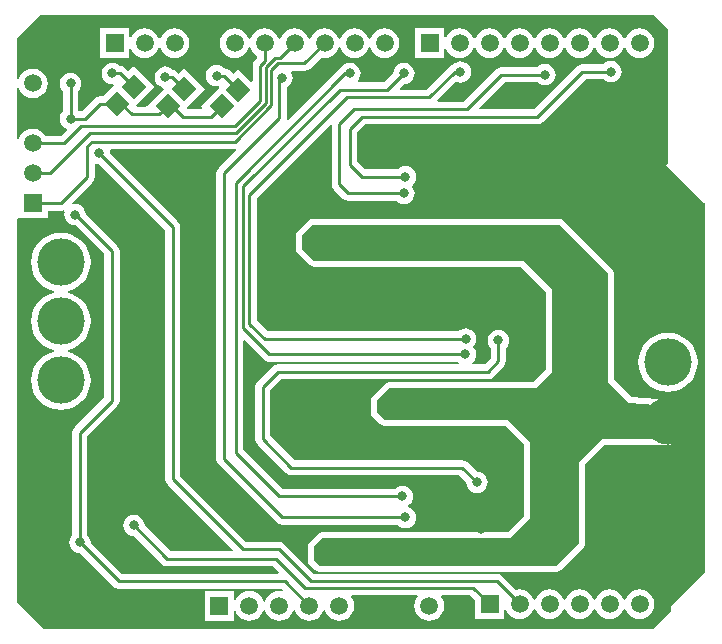
<source format=gbl>
G04*
G04 #@! TF.GenerationSoftware,Altium Limited,Altium Designer,18.0.7 (293)*
G04*
G04 Layer_Physical_Order=2*
G04 Layer_Color=16711680*
%FSLAX25Y25*%
%MOIN*%
G70*
G01*
G75*
%ADD10C,0.01000*%
%ADD37C,0.05906*%
%ADD38R,0.05906X0.05906*%
%ADD39C,0.15748*%
%ADD40R,0.05906X0.05906*%
%ADD41C,0.03150*%
%ADD42P,0.08485X4X90.0*%
G36*
X255516Y201874D02*
Y156874D01*
X255016Y156374D01*
X267516Y143874D01*
X268016D01*
Y20874D01*
X256516Y9374D01*
Y7874D01*
X250516Y1874D01*
X47426D01*
X38600Y10700D01*
Y138294D01*
X38879Y138679D01*
X39100Y138679D01*
X48721D01*
Y141083D01*
X53200D01*
X54087Y141260D01*
X54308Y141088D01*
X54470Y140878D01*
X54448Y140825D01*
X54326Y139900D01*
X54448Y138975D01*
X54805Y138113D01*
X55373Y137373D01*
X56113Y136805D01*
X56975Y136448D01*
X57900Y136326D01*
X58090Y136351D01*
X67683Y126758D01*
Y78943D01*
X57720Y68980D01*
X57175Y68163D01*
X56983Y67200D01*
Y33135D01*
X56973Y33127D01*
X56405Y32387D01*
X56048Y31525D01*
X55926Y30600D01*
X56048Y29675D01*
X56405Y28813D01*
X56973Y28073D01*
X57713Y27505D01*
X58575Y27148D01*
X59500Y27026D01*
X59513Y27028D01*
X70620Y15920D01*
X71437Y15375D01*
X72400Y15183D01*
X126742D01*
X127104Y14821D01*
X126871Y14347D01*
X125984Y14464D01*
X124699Y14295D01*
X123502Y13799D01*
X122474Y13010D01*
X121686Y11982D01*
X121241Y10908D01*
X121240Y10908D01*
X120728D01*
X120728Y10908D01*
X120283Y11982D01*
X119494Y13010D01*
X118466Y13799D01*
X117269Y14295D01*
X115984Y14464D01*
X114699Y14295D01*
X113502Y13799D01*
X112474Y13010D01*
X111686Y11982D01*
X111405Y11306D01*
X110905Y11405D01*
Y14421D01*
X101063D01*
Y4579D01*
X110905D01*
Y7595D01*
X111405Y7694D01*
X111686Y7018D01*
X112474Y5990D01*
X113502Y5201D01*
X114699Y4705D01*
X115984Y4536D01*
X117269Y4705D01*
X118466Y5201D01*
X119494Y5990D01*
X120283Y7018D01*
X120728Y8092D01*
X120728Y8092D01*
X121240D01*
X121241Y8092D01*
X121686Y7018D01*
X122474Y5990D01*
X123502Y5201D01*
X124699Y4705D01*
X125984Y4536D01*
X127269Y4705D01*
X128466Y5201D01*
X129494Y5990D01*
X130283Y7018D01*
X130728Y8092D01*
X130728Y8092D01*
X131240D01*
X131241Y8092D01*
X131685Y7018D01*
X132474Y5990D01*
X133502Y5201D01*
X134699Y4705D01*
X135984Y4536D01*
X137269Y4705D01*
X138466Y5201D01*
X139494Y5990D01*
X140283Y7018D01*
X140728Y8092D01*
X140728Y8092D01*
X141240D01*
X141241Y8092D01*
X141685Y7018D01*
X142474Y5990D01*
X143502Y5201D01*
X144700Y4705D01*
X145984Y4536D01*
X147269Y4705D01*
X148466Y5201D01*
X149494Y5990D01*
X150283Y7018D01*
X150779Y8215D01*
X150948Y9500D01*
X150779Y10785D01*
X150283Y11982D01*
X149859Y12535D01*
X150080Y12983D01*
X171889D01*
X172110Y12535D01*
X171686Y11982D01*
X171190Y10785D01*
X171020Y9500D01*
X171190Y8215D01*
X171686Y7018D01*
X172474Y5990D01*
X173502Y5201D01*
X174699Y4705D01*
X175984Y4536D01*
X177269Y4705D01*
X178466Y5201D01*
X179494Y5990D01*
X180283Y7018D01*
X180779Y8215D01*
X180948Y9500D01*
X180779Y10785D01*
X180283Y11982D01*
X179859Y12535D01*
X180080Y12983D01*
X189521D01*
X191142Y11362D01*
Y5079D01*
X200984D01*
Y8095D01*
X201484Y8194D01*
X201764Y7518D01*
X202553Y6490D01*
X203581Y5701D01*
X204778Y5205D01*
X206063Y5036D01*
X207348Y5205D01*
X208545Y5701D01*
X209573Y6490D01*
X210362Y7518D01*
X210806Y8592D01*
X210807Y8592D01*
X211319D01*
X211320Y8592D01*
X211764Y7518D01*
X212553Y6490D01*
X213581Y5701D01*
X214778Y5205D01*
X216063Y5036D01*
X217348Y5205D01*
X218545Y5701D01*
X219573Y6490D01*
X220362Y7518D01*
X220806Y8592D01*
X220807Y8592D01*
X221319D01*
X221320Y8592D01*
X221764Y7518D01*
X222553Y6490D01*
X223581Y5701D01*
X224778Y5205D01*
X226063Y5036D01*
X227348Y5205D01*
X228545Y5701D01*
X229573Y6490D01*
X230362Y7518D01*
X230806Y8592D01*
X230807Y8592D01*
X231319D01*
X231320Y8592D01*
X231764Y7518D01*
X232553Y6490D01*
X233581Y5701D01*
X234778Y5205D01*
X236063Y5036D01*
X237348Y5205D01*
X238545Y5701D01*
X239573Y6490D01*
X240362Y7518D01*
X240806Y8592D01*
X240807Y8592D01*
X241319D01*
X241320Y8592D01*
X241764Y7518D01*
X242553Y6490D01*
X243581Y5701D01*
X244778Y5205D01*
X246063Y5036D01*
X247348Y5205D01*
X248545Y5701D01*
X249573Y6490D01*
X250362Y7518D01*
X250858Y8715D01*
X251027Y10000D01*
X250858Y11285D01*
X250362Y12482D01*
X249573Y13510D01*
X248545Y14299D01*
X247348Y14795D01*
X246063Y14964D01*
X244778Y14795D01*
X243581Y14299D01*
X242553Y13510D01*
X241764Y12482D01*
X241320Y11408D01*
X241319Y11408D01*
X240807D01*
X240806Y11408D01*
X240362Y12482D01*
X239573Y13510D01*
X238545Y14299D01*
X237348Y14795D01*
X236063Y14964D01*
X234778Y14795D01*
X233581Y14299D01*
X232553Y13510D01*
X231764Y12482D01*
X231320Y11408D01*
X231319Y11408D01*
X230807D01*
X230806Y11408D01*
X230362Y12482D01*
X229573Y13510D01*
X228545Y14299D01*
X227348Y14795D01*
X226063Y14964D01*
X224778Y14795D01*
X223581Y14299D01*
X222553Y13510D01*
X221764Y12482D01*
X221320Y11408D01*
X221319Y11408D01*
X220807D01*
X220806Y11408D01*
X220362Y12482D01*
X219573Y13510D01*
X218545Y14299D01*
X217348Y14795D01*
X216063Y14964D01*
X214778Y14795D01*
X213581Y14299D01*
X212553Y13510D01*
X211764Y12482D01*
X211320Y11408D01*
X211319Y11408D01*
X210807D01*
X210806Y11408D01*
X210362Y12482D01*
X209573Y13510D01*
X208545Y14299D01*
X207348Y14795D01*
X206063Y14964D01*
X204822Y14800D01*
X200143Y19480D01*
X199326Y20025D01*
X198363Y20217D01*
X137643D01*
X127680Y30180D01*
X126863Y30725D01*
X125900Y30917D01*
X114842D01*
X93017Y52742D01*
Y135800D01*
X92825Y136763D01*
X92280Y137580D01*
X69572Y160287D01*
X69574Y160300D01*
X69458Y161183D01*
X69478Y161333D01*
X69712Y161683D01*
X111100D01*
X111370Y161737D01*
X111617Y161276D01*
X105720Y155380D01*
X105175Y154563D01*
X104983Y153600D01*
Y58500D01*
X105175Y57537D01*
X105720Y56720D01*
X125220Y37220D01*
X126037Y36675D01*
X127000Y36483D01*
X165465D01*
X165473Y36473D01*
X166213Y35905D01*
X167075Y35548D01*
X168000Y35426D01*
X168925Y35548D01*
X169787Y35905D01*
X170527Y36473D01*
X171095Y37213D01*
X171452Y38075D01*
X171574Y39000D01*
X171452Y39925D01*
X171095Y40787D01*
X170527Y41527D01*
X169787Y42095D01*
X168963Y42437D01*
X168884Y42646D01*
X168864Y42964D01*
X169527Y43473D01*
X170095Y44213D01*
X170452Y45075D01*
X170574Y46000D01*
X170452Y46925D01*
X170095Y47787D01*
X169527Y48527D01*
X168787Y49095D01*
X167925Y49452D01*
X167000Y49574D01*
X166075Y49452D01*
X165213Y49095D01*
X164473Y48527D01*
X164465Y48517D01*
X127042D01*
X114017Y61542D01*
Y97771D01*
X114479Y97962D01*
X120870Y91571D01*
X121686Y91025D01*
X122650Y90833D01*
X185465D01*
X185473Y90823D01*
X185872Y90517D01*
X185703Y90017D01*
X125500D01*
X124537Y89825D01*
X123720Y89280D01*
X118720Y84280D01*
X118175Y83463D01*
X117983Y82500D01*
Y65000D01*
X118175Y64037D01*
X118720Y63220D01*
X128220Y53720D01*
X129037Y53175D01*
X130000Y52983D01*
X185958D01*
X188328Y50613D01*
X188326Y50600D01*
X188448Y49675D01*
X188805Y48813D01*
X189373Y48073D01*
X190113Y47505D01*
X190975Y47148D01*
X191900Y47026D01*
X192825Y47148D01*
X193687Y47505D01*
X194427Y48073D01*
X194995Y48813D01*
X195352Y49675D01*
X195474Y50600D01*
X195352Y51525D01*
X194995Y52387D01*
X194427Y53127D01*
X193687Y53695D01*
X192825Y54052D01*
X191900Y54174D01*
X191887Y54172D01*
X188780Y57280D01*
X187963Y57825D01*
X187000Y58017D01*
X131043D01*
X123017Y66043D01*
Y81458D01*
X126542Y84983D01*
X195500D01*
X196463Y85175D01*
X197280Y85720D01*
X200780Y89220D01*
X201325Y90037D01*
X201517Y91000D01*
Y95465D01*
X201527Y95473D01*
X202095Y96213D01*
X202452Y97075D01*
X202574Y98000D01*
X202452Y98925D01*
X202095Y99787D01*
X201527Y100527D01*
X200787Y101095D01*
X199925Y101452D01*
X199000Y101574D01*
X198075Y101452D01*
X197213Y101095D01*
X196473Y100527D01*
X195905Y99787D01*
X195548Y98925D01*
X195426Y98000D01*
X195548Y97075D01*
X195905Y96213D01*
X196473Y95473D01*
X196483Y95465D01*
Y92042D01*
X194457Y90017D01*
X190297D01*
X190128Y90517D01*
X190527Y90823D01*
X191095Y91563D01*
X191452Y92425D01*
X191574Y93350D01*
X191452Y94275D01*
X191095Y95137D01*
X190589Y95797D01*
X190602Y95898D01*
X191170Y96638D01*
X191527Y97500D01*
X191649Y98425D01*
X191527Y99350D01*
X191170Y100212D01*
X190602Y100952D01*
X189862Y101520D01*
X189000Y101877D01*
X188075Y101999D01*
X187150Y101877D01*
X186288Y101520D01*
X185548Y100952D01*
X185540Y100942D01*
X122117D01*
X118517Y104543D01*
Y145457D01*
X142983Y169924D01*
X143483Y169717D01*
Y150000D01*
X143675Y149037D01*
X144220Y148220D01*
X147220Y145220D01*
X148037Y144675D01*
X149000Y144483D01*
X164965D01*
X164973Y144473D01*
X165713Y143905D01*
X166575Y143548D01*
X167500Y143426D01*
X168425Y143548D01*
X169287Y143905D01*
X170027Y144473D01*
X170595Y145213D01*
X170952Y146075D01*
X171074Y147000D01*
X170952Y147925D01*
X170595Y148787D01*
X170301Y149170D01*
X170378Y149858D01*
X170527Y149973D01*
X171095Y150713D01*
X171452Y151575D01*
X171574Y152500D01*
X171452Y153425D01*
X171095Y154287D01*
X170527Y155027D01*
X169787Y155595D01*
X168925Y155952D01*
X168000Y156074D01*
X167075Y155952D01*
X166213Y155595D01*
X165473Y155027D01*
X165465Y155017D01*
X154543D01*
X152017Y157543D01*
Y167457D01*
X154526Y169966D01*
X211983D01*
X212946Y170158D01*
X213763Y170703D01*
X228043Y184983D01*
X233965D01*
X233973Y184973D01*
X234713Y184405D01*
X235575Y184048D01*
X236500Y183926D01*
X237425Y184048D01*
X238287Y184405D01*
X239027Y184973D01*
X239595Y185713D01*
X239952Y186575D01*
X240074Y187500D01*
X239952Y188425D01*
X239595Y189287D01*
X239027Y190027D01*
X238287Y190595D01*
X237425Y190952D01*
X236500Y191074D01*
X235575Y190952D01*
X234713Y190595D01*
X233973Y190027D01*
X233965Y190017D01*
X227000D01*
X226037Y189825D01*
X225220Y189280D01*
X210941Y175000D01*
X192713D01*
X192521Y175462D01*
X201043Y183983D01*
X211965D01*
X211973Y183973D01*
X212713Y183405D01*
X213575Y183048D01*
X214500Y182926D01*
X215425Y183048D01*
X216287Y183405D01*
X217027Y183973D01*
X217595Y184713D01*
X217952Y185575D01*
X218074Y186500D01*
X217952Y187425D01*
X217595Y188287D01*
X217027Y189027D01*
X216287Y189595D01*
X215425Y189952D01*
X214500Y190074D01*
X213575Y189952D01*
X212713Y189595D01*
X211973Y189027D01*
X211965Y189017D01*
X200000D01*
X199037Y188825D01*
X198220Y188280D01*
X187458Y177517D01*
X178729D01*
X178538Y177979D01*
X184761Y184202D01*
X185375Y183948D01*
X186300Y183826D01*
X187225Y183948D01*
X188087Y184305D01*
X188827Y184873D01*
X189395Y185613D01*
X189752Y186475D01*
X189874Y187400D01*
X189752Y188325D01*
X189395Y189187D01*
X188827Y189927D01*
X188087Y190495D01*
X187225Y190852D01*
X186300Y190974D01*
X185375Y190852D01*
X184513Y190495D01*
X183773Y189927D01*
X183651Y189768D01*
X183437Y189725D01*
X182620Y189180D01*
X174958Y181517D01*
X166229D01*
X166038Y181979D01*
X167487Y183428D01*
X167500Y183426D01*
X168425Y183548D01*
X169287Y183905D01*
X170027Y184473D01*
X170595Y185213D01*
X170952Y186075D01*
X171074Y187000D01*
X170952Y187925D01*
X170595Y188787D01*
X170027Y189527D01*
X169287Y190095D01*
X168425Y190452D01*
X167500Y190574D01*
X166575Y190452D01*
X165713Y190095D01*
X164973Y189527D01*
X164405Y188787D01*
X164048Y187925D01*
X163926Y187000D01*
X163928Y186987D01*
X160958Y184017D01*
X152182D01*
X152131Y184167D01*
X152061Y184517D01*
X152595Y185213D01*
X152952Y186075D01*
X153074Y187000D01*
X152952Y187925D01*
X152595Y188787D01*
X152027Y189527D01*
X151287Y190095D01*
X150425Y190452D01*
X149500Y190574D01*
X148575Y190452D01*
X147713Y190095D01*
X146973Y189527D01*
X146588Y189025D01*
X146220Y188780D01*
X128899Y171458D01*
X128438Y171705D01*
X128517Y172100D01*
Y182334D01*
X128687Y182405D01*
X129427Y182973D01*
X129995Y183713D01*
X130352Y184575D01*
X130474Y185500D01*
X130352Y186425D01*
X129995Y187287D01*
X129958Y187335D01*
X130180Y187783D01*
X134316D01*
X135279Y187975D01*
X136095Y188520D01*
X139822Y192247D01*
X141063Y192084D01*
X142348Y192253D01*
X143545Y192748D01*
X144573Y193537D01*
X145362Y194565D01*
X145806Y195639D01*
X145807Y195639D01*
X146319D01*
X146320Y195639D01*
X146764Y194565D01*
X147553Y193537D01*
X148581Y192748D01*
X149778Y192253D01*
X151063Y192084D01*
X152348Y192253D01*
X153545Y192748D01*
X154573Y193537D01*
X155362Y194565D01*
X155806Y195639D01*
X155807Y195639D01*
X156319D01*
X156320Y195639D01*
X156764Y194565D01*
X157553Y193537D01*
X158581Y192748D01*
X159778Y192253D01*
X161063Y192084D01*
X162348Y192253D01*
X163545Y192748D01*
X164573Y193537D01*
X165362Y194565D01*
X165858Y195763D01*
X166027Y197047D01*
X165858Y198332D01*
X165362Y199529D01*
X164573Y200557D01*
X163545Y201346D01*
X162348Y201842D01*
X161063Y202011D01*
X159778Y201842D01*
X158581Y201346D01*
X157553Y200557D01*
X156764Y199529D01*
X156320Y198456D01*
X156319Y198455D01*
X155807D01*
X155806Y198456D01*
X155362Y199529D01*
X154573Y200557D01*
X153545Y201346D01*
X152348Y201842D01*
X151063Y202011D01*
X149778Y201842D01*
X148581Y201346D01*
X147553Y200557D01*
X146764Y199529D01*
X146320Y198456D01*
X146319Y198455D01*
X145807D01*
X145806Y198456D01*
X145362Y199529D01*
X144573Y200557D01*
X143545Y201346D01*
X142348Y201842D01*
X141063Y202011D01*
X139778Y201842D01*
X138581Y201346D01*
X137553Y200557D01*
X136764Y199529D01*
X136320Y198456D01*
X136319Y198455D01*
X135807D01*
X135806Y198456D01*
X135362Y199529D01*
X134573Y200557D01*
X133545Y201346D01*
X132348Y201842D01*
X131063Y202011D01*
X129778Y201842D01*
X128581Y201346D01*
X127553Y200557D01*
X126764Y199529D01*
X126320Y198456D01*
X126319Y198455D01*
X125807D01*
X125806Y198456D01*
X125362Y199529D01*
X124573Y200557D01*
X123545Y201346D01*
X122348Y201842D01*
X121063Y202011D01*
X119778Y201842D01*
X118581Y201346D01*
X117553Y200557D01*
X116764Y199529D01*
X116320Y198456D01*
X116319Y198455D01*
X115807D01*
X115806Y198456D01*
X115362Y199529D01*
X114573Y200557D01*
X113545Y201346D01*
X112348Y201842D01*
X111063Y202011D01*
X109778Y201842D01*
X108581Y201346D01*
X107553Y200557D01*
X106764Y199529D01*
X106268Y198332D01*
X106099Y197047D01*
X106268Y195763D01*
X106764Y194565D01*
X107553Y193537D01*
X108581Y192748D01*
X109778Y192253D01*
X111063Y192084D01*
X112348Y192253D01*
X113545Y192748D01*
X114573Y193537D01*
X115362Y194565D01*
X115806Y195639D01*
X115807Y195639D01*
X116319D01*
X116320Y195639D01*
X116764Y194565D01*
X117553Y193537D01*
X118546Y192775D01*
Y192061D01*
X117820Y191335D01*
X117275Y190519D01*
X117083Y189556D01*
Y184397D01*
X116621Y184205D01*
X112300Y188526D01*
X110566Y186793D01*
X109380Y187980D01*
X108563Y188525D01*
X107641Y188709D01*
X107627Y188727D01*
X106887Y189295D01*
X106025Y189652D01*
X105100Y189774D01*
X104175Y189652D01*
X103313Y189295D01*
X102573Y188727D01*
X102005Y187987D01*
X101648Y187125D01*
X101526Y186200D01*
X101648Y185275D01*
X102005Y184413D01*
X102573Y183673D01*
X103313Y183105D01*
X104175Y182748D01*
X105100Y182626D01*
X105782Y182716D01*
X106016Y182242D01*
X105273Y181500D01*
X99706Y175932D01*
X100180Y175458D01*
X99989Y174996D01*
X95429D01*
X95222Y175496D01*
X101327Y181600D01*
X94300Y188627D01*
X92566Y186893D01*
X91980Y187480D01*
X91163Y188025D01*
X90595Y188138D01*
X90527Y188227D01*
X89787Y188795D01*
X88925Y189152D01*
X88000Y189274D01*
X87075Y189152D01*
X86213Y188795D01*
X85473Y188227D01*
X84905Y187487D01*
X84548Y186625D01*
X84426Y185700D01*
X84548Y184775D01*
X84905Y183913D01*
X85473Y183173D01*
X86213Y182605D01*
X87075Y182248D01*
X87262Y182223D01*
X87423Y181750D01*
X81706Y176032D01*
X81706Y176032D01*
X81706Y176032D01*
X81282Y175817D01*
X78451D01*
X78243Y176317D01*
X84394Y182468D01*
X77368Y189494D01*
X75634Y187761D01*
X74615Y188780D01*
X73799Y189325D01*
X72835Y189517D01*
X72835D01*
X72827Y189527D01*
X72087Y190095D01*
X71225Y190452D01*
X70300Y190574D01*
X69375Y190452D01*
X68513Y190095D01*
X67773Y189527D01*
X67205Y188787D01*
X66848Y187925D01*
X66726Y187000D01*
X66848Y186075D01*
X67205Y185213D01*
X67773Y184473D01*
X68513Y183905D01*
X69375Y183548D01*
X70300Y183426D01*
X70637Y183470D01*
X70870Y182997D01*
X67290Y179417D01*
X66300D01*
X65337Y179225D01*
X64520Y178680D01*
X60258Y174417D01*
X58935D01*
X58927Y174427D01*
X58917Y174435D01*
Y181065D01*
X58927Y181073D01*
X59495Y181813D01*
X59852Y182675D01*
X59974Y183600D01*
X59852Y184525D01*
X59495Y185387D01*
X58927Y186127D01*
X58187Y186695D01*
X57325Y187052D01*
X56400Y187174D01*
X55475Y187052D01*
X54613Y186695D01*
X53873Y186127D01*
X53305Y185387D01*
X52948Y184525D01*
X52826Y183600D01*
X52948Y182675D01*
X53305Y181813D01*
X53873Y181073D01*
X53883Y181065D01*
Y174435D01*
X53873Y174427D01*
X53305Y173687D01*
X52948Y172825D01*
X52826Y171900D01*
X52948Y170975D01*
X53305Y170113D01*
X53873Y169373D01*
X54613Y168805D01*
X54998Y168645D01*
X55096Y168155D01*
X53057Y166117D01*
X48072D01*
X47310Y167110D01*
X46282Y167899D01*
X45085Y168395D01*
X43800Y168564D01*
X42515Y168395D01*
X41318Y167899D01*
X40290Y167110D01*
X39501Y166082D01*
X39100Y165113D01*
X38600Y165213D01*
Y181988D01*
X39100Y182087D01*
X39501Y181118D01*
X40290Y180090D01*
X41318Y179301D01*
X42515Y178805D01*
X43800Y178636D01*
X45085Y178805D01*
X46282Y179301D01*
X47310Y180090D01*
X48099Y181118D01*
X48595Y182315D01*
X48764Y183600D01*
X48595Y184885D01*
X48099Y186082D01*
X47310Y187110D01*
X46282Y187899D01*
X45085Y188395D01*
X43800Y188564D01*
X42515Y188395D01*
X41318Y187899D01*
X40290Y187110D01*
X39501Y186082D01*
X39100Y185113D01*
X38600Y185213D01*
Y198800D01*
X46174Y206374D01*
X251016D01*
X255516Y201874D01*
D02*
G37*
G36*
X65075Y156848D02*
X66000Y156726D01*
X66013Y156728D01*
X87983Y134757D01*
Y51700D01*
X88175Y50737D01*
X88720Y49920D01*
X110462Y28179D01*
X110271Y27717D01*
X89643D01*
X81072Y36287D01*
X81074Y36300D01*
X80952Y37225D01*
X80595Y38087D01*
X80027Y38827D01*
X79287Y39395D01*
X78425Y39752D01*
X77500Y39874D01*
X76575Y39752D01*
X75713Y39395D01*
X74973Y38827D01*
X74405Y38087D01*
X74048Y37225D01*
X73926Y36300D01*
X74048Y35375D01*
X74405Y34513D01*
X74973Y33773D01*
X75713Y33205D01*
X76575Y32848D01*
X77500Y32726D01*
X77513Y32728D01*
X86820Y23420D01*
X87637Y22875D01*
X88600Y22683D01*
X123758D01*
X125762Y20679D01*
X125570Y20217D01*
X73443D01*
X63072Y30587D01*
X63074Y30600D01*
X62952Y31525D01*
X62595Y32387D01*
X62027Y33127D01*
X62017Y33135D01*
Y66158D01*
X71980Y76120D01*
X72525Y76937D01*
X72717Y77900D01*
X72717Y77900D01*
Y127800D01*
X72525Y128763D01*
X71980Y129580D01*
X61446Y140114D01*
X61352Y140825D01*
X60995Y141687D01*
X60427Y142427D01*
X59687Y142995D01*
X58825Y143352D01*
X57900Y143474D01*
X57256Y143389D01*
X57022Y143863D01*
X63680Y150520D01*
X64225Y151337D01*
X64417Y152300D01*
Y156670D01*
X64833Y156948D01*
X65075Y156848D01*
D02*
G37*
%LPC*%
G36*
X246063Y202011D02*
X244778Y201842D01*
X243581Y201346D01*
X242553Y200557D01*
X241764Y199529D01*
X241320Y198456D01*
X241319Y198455D01*
X240807D01*
X240806Y198456D01*
X240362Y199529D01*
X239573Y200557D01*
X238545Y201346D01*
X237348Y201842D01*
X236063Y202011D01*
X234778Y201842D01*
X233581Y201346D01*
X232553Y200557D01*
X231764Y199529D01*
X231320Y198456D01*
X231319Y198455D01*
X230807D01*
X230806Y198456D01*
X230362Y199529D01*
X229573Y200557D01*
X228545Y201346D01*
X227348Y201842D01*
X226063Y202011D01*
X224778Y201842D01*
X223581Y201346D01*
X222553Y200557D01*
X221764Y199529D01*
X221320Y198456D01*
X221319Y198455D01*
X220807D01*
X220806Y198456D01*
X220362Y199529D01*
X219573Y200557D01*
X218545Y201346D01*
X217348Y201842D01*
X216063Y202011D01*
X214778Y201842D01*
X213581Y201346D01*
X212553Y200557D01*
X211764Y199529D01*
X211320Y198456D01*
X211319Y198455D01*
X210807D01*
X210806Y198456D01*
X210362Y199529D01*
X209573Y200557D01*
X208545Y201346D01*
X207348Y201842D01*
X206063Y202011D01*
X204778Y201842D01*
X203581Y201346D01*
X202553Y200557D01*
X201764Y199529D01*
X201320Y198456D01*
X201319Y198455D01*
X200807D01*
X200806Y198456D01*
X200362Y199529D01*
X199573Y200557D01*
X198545Y201346D01*
X197348Y201842D01*
X196063Y202011D01*
X194778Y201842D01*
X193581Y201346D01*
X192553Y200557D01*
X191764Y199529D01*
X191320Y198456D01*
X191319Y198455D01*
X190807D01*
X190806Y198456D01*
X190362Y199529D01*
X189573Y200557D01*
X188545Y201346D01*
X187348Y201842D01*
X186063Y202011D01*
X184778Y201842D01*
X183581Y201346D01*
X182553Y200557D01*
X181764Y199529D01*
X181484Y198853D01*
X180984Y198952D01*
Y201969D01*
X171142D01*
Y192126D01*
X180984D01*
Y195142D01*
X181484Y195241D01*
X181764Y194565D01*
X182553Y193537D01*
X183581Y192748D01*
X184778Y192253D01*
X186063Y192084D01*
X187348Y192253D01*
X188545Y192748D01*
X189573Y193537D01*
X190362Y194565D01*
X190806Y195639D01*
X190807Y195639D01*
X191319D01*
X191320Y195639D01*
X191764Y194565D01*
X192553Y193537D01*
X193581Y192748D01*
X194778Y192253D01*
X196063Y192084D01*
X197348Y192253D01*
X198545Y192748D01*
X199573Y193537D01*
X200362Y194565D01*
X200806Y195639D01*
X200807Y195639D01*
X201319D01*
X201320Y195639D01*
X201764Y194565D01*
X202553Y193537D01*
X203581Y192748D01*
X204778Y192253D01*
X206063Y192084D01*
X207348Y192253D01*
X208545Y192748D01*
X209573Y193537D01*
X210362Y194565D01*
X210806Y195639D01*
X210807Y195639D01*
X211319D01*
X211320Y195639D01*
X211764Y194565D01*
X212553Y193537D01*
X213581Y192748D01*
X214778Y192253D01*
X216063Y192084D01*
X217348Y192253D01*
X218545Y192748D01*
X219573Y193537D01*
X220362Y194565D01*
X220806Y195639D01*
X220807Y195639D01*
X221319D01*
X221320Y195639D01*
X221764Y194565D01*
X222553Y193537D01*
X223581Y192748D01*
X224778Y192253D01*
X226063Y192084D01*
X227348Y192253D01*
X228545Y192748D01*
X229573Y193537D01*
X230362Y194565D01*
X230806Y195639D01*
X230807Y195639D01*
X231319D01*
X231320Y195639D01*
X231764Y194565D01*
X232553Y193537D01*
X233581Y192748D01*
X234778Y192253D01*
X236063Y192084D01*
X237348Y192253D01*
X238545Y192748D01*
X239573Y193537D01*
X240362Y194565D01*
X240806Y195639D01*
X240807Y195639D01*
X241319D01*
X241320Y195639D01*
X241764Y194565D01*
X242553Y193537D01*
X243581Y192748D01*
X244778Y192253D01*
X246063Y192084D01*
X247348Y192253D01*
X248545Y192748D01*
X249573Y193537D01*
X250362Y194565D01*
X250858Y195763D01*
X251027Y197047D01*
X250858Y198332D01*
X250362Y199529D01*
X249573Y200557D01*
X248545Y201346D01*
X247348Y201842D01*
X246063Y202011D01*
D02*
G37*
G36*
X91063D02*
X89778Y201842D01*
X88581Y201346D01*
X87553Y200557D01*
X86764Y199529D01*
X86320Y198456D01*
X86319Y198455D01*
X85807D01*
X85806Y198456D01*
X85362Y199529D01*
X84573Y200557D01*
X83545Y201346D01*
X82348Y201842D01*
X81063Y202011D01*
X79778Y201842D01*
X78581Y201346D01*
X77553Y200557D01*
X76764Y199529D01*
X76484Y198853D01*
X75984Y198952D01*
Y201969D01*
X66142D01*
Y192126D01*
X75984D01*
Y195142D01*
X76484Y195241D01*
X76764Y194565D01*
X77553Y193537D01*
X78581Y192748D01*
X79778Y192253D01*
X81063Y192084D01*
X82348Y192253D01*
X83545Y192748D01*
X84573Y193537D01*
X85362Y194565D01*
X85806Y195639D01*
X85807Y195639D01*
X86319D01*
X86320Y195639D01*
X86764Y194565D01*
X87553Y193537D01*
X88581Y192748D01*
X89778Y192253D01*
X91063Y192084D01*
X92348Y192253D01*
X93545Y192748D01*
X94573Y193537D01*
X95362Y194565D01*
X95858Y195763D01*
X96027Y197047D01*
X95858Y198332D01*
X95362Y199529D01*
X94573Y200557D01*
X93545Y201346D01*
X92348Y201842D01*
X91063Y202011D01*
D02*
G37*
G36*
X255500Y100575D02*
X253571Y100385D01*
X251715Y99822D01*
X250005Y98908D01*
X248507Y97678D01*
X247277Y96180D01*
X246363Y94470D01*
X245800Y92615D01*
X245610Y90685D01*
X245800Y88756D01*
X246363Y86900D01*
X247277Y85190D01*
X248507Y83692D01*
X250005Y82462D01*
X251715Y81548D01*
X253571Y80985D01*
X255500Y80795D01*
X257430Y80985D01*
X259285Y81548D01*
X260995Y82462D01*
X262493Y83692D01*
X263723Y85190D01*
X264637Y86900D01*
X265200Y88756D01*
X265390Y90685D01*
X265200Y92615D01*
X264637Y94470D01*
X263723Y96180D01*
X262493Y97678D01*
X260995Y98908D01*
X259285Y99822D01*
X257430Y100385D01*
X255500Y100575D01*
D02*
G37*
G36*
X53150Y133906D02*
X51220Y133716D01*
X49365Y133153D01*
X47655Y132239D01*
X46156Y131009D01*
X44926Y129510D01*
X44012Y127801D01*
X43450Y125945D01*
X43260Y124016D01*
X43450Y122086D01*
X44012Y120231D01*
X44926Y118521D01*
X46156Y117022D01*
X47655Y115792D01*
X49365Y114878D01*
X50828Y114435D01*
Y113912D01*
X49365Y113468D01*
X47655Y112554D01*
X46156Y111324D01*
X44926Y109825D01*
X44012Y108115D01*
X43450Y106260D01*
X43260Y104331D01*
X43450Y102401D01*
X44012Y100546D01*
X44926Y98836D01*
X46156Y97337D01*
X47655Y96107D01*
X49365Y95193D01*
X50828Y94749D01*
Y94227D01*
X49365Y93783D01*
X47655Y92869D01*
X46156Y91639D01*
X44926Y90140D01*
X44012Y88431D01*
X43450Y86575D01*
X43260Y84646D01*
X43450Y82716D01*
X44012Y80861D01*
X44926Y79151D01*
X46156Y77652D01*
X47655Y76422D01*
X49365Y75508D01*
X51220Y74946D01*
X53150Y74756D01*
X55079Y74946D01*
X56934Y75508D01*
X58644Y76422D01*
X60143Y77652D01*
X61373Y79151D01*
X62287Y80861D01*
X62850Y82716D01*
X63040Y84646D01*
X62850Y86575D01*
X62287Y88431D01*
X61373Y90140D01*
X60143Y91639D01*
X58644Y92869D01*
X56934Y93783D01*
X55471Y94227D01*
Y94749D01*
X56934Y95193D01*
X58644Y96107D01*
X60143Y97337D01*
X61373Y98836D01*
X62287Y100546D01*
X62850Y102401D01*
X63040Y104331D01*
X62850Y106260D01*
X62287Y108115D01*
X61373Y109825D01*
X60143Y111324D01*
X58644Y112554D01*
X56934Y113468D01*
X55471Y113912D01*
Y114435D01*
X56934Y114878D01*
X58644Y115792D01*
X60143Y117022D01*
X61373Y118521D01*
X62287Y120231D01*
X62850Y122086D01*
X63040Y124016D01*
X62850Y125945D01*
X62287Y127801D01*
X61373Y129510D01*
X60143Y131009D01*
X58644Y132239D01*
X56934Y133153D01*
X55079Y133716D01*
X53150Y133906D01*
D02*
G37*
G36*
X137000Y138507D02*
X136232Y138354D01*
X135581Y137919D01*
X132081Y134419D01*
X131646Y133768D01*
X131493Y133000D01*
X131493Y128500D01*
X131646Y127732D01*
X132081Y127081D01*
X136081Y123081D01*
X136732Y122646D01*
X137500Y122493D01*
X206668Y122493D01*
X214993Y114169D01*
X214993Y88331D01*
X210669Y84007D01*
X162500D01*
X161732Y83854D01*
X161081Y83419D01*
X157081Y79419D01*
X156646Y78768D01*
X156493Y78000D01*
Y74000D01*
X156646Y73232D01*
X157081Y72581D01*
X159581Y70081D01*
X160232Y69646D01*
X161000Y69493D01*
X201266Y69493D01*
X207493Y63266D01*
X207493Y39331D01*
X202169Y34007D01*
X140300Y34007D01*
X139532Y33854D01*
X138881Y33419D01*
X136081Y30619D01*
X135646Y29968D01*
X135493Y29200D01*
X135493Y24600D01*
X135646Y23832D01*
X136081Y23181D01*
X137881Y21381D01*
X138532Y20946D01*
X139300Y20793D01*
X218300D01*
X219068Y20946D01*
X219719Y21381D01*
X227419Y29081D01*
X227854Y29732D01*
X228007Y30500D01*
X228007Y56669D01*
X234331Y62993D01*
X255500D01*
X255500Y62993D01*
X255500Y62993D01*
X255873Y63067D01*
X256268Y63146D01*
X256268Y63146D01*
X256268Y63146D01*
X256596Y63364D01*
X256919Y63581D01*
X256919Y63581D01*
X256920Y63581D01*
X257419Y64081D01*
X257652Y64430D01*
X257854Y64732D01*
X257854Y64732D01*
X257854Y64732D01*
X257935Y65136D01*
X258007Y65500D01*
X258007Y76000D01*
X257945Y76313D01*
X257906Y76629D01*
X257869Y76694D01*
X257854Y76768D01*
X257677Y77033D01*
X257520Y77311D01*
X257461Y77357D01*
X257419Y77419D01*
X257154Y77596D01*
X256903Y77793D01*
X256831Y77812D01*
X256768Y77854D01*
X256455Y77917D01*
X256148Y78002D01*
X243392Y78947D01*
X237507Y84831D01*
Y120500D01*
X237354Y121268D01*
X236919Y121919D01*
X220919Y137919D01*
X220268Y138354D01*
X219500Y138507D01*
X137000Y138507D01*
D02*
G37*
%LPD*%
G36*
X219500Y136500D02*
X235500Y120500D01*
Y84000D01*
X242500Y77000D01*
X256000Y76000D01*
X256000Y65500D01*
X255500Y65000D01*
X233500D01*
X226000Y57500D01*
X226000Y30500D01*
X218300Y22800D01*
X139300D01*
X137500Y24600D01*
X137500Y29200D01*
X140300Y32000D01*
X203000Y32000D01*
X209500Y38500D01*
X209500Y64097D01*
X202097Y71500D01*
X161000Y71500D01*
X158500Y74000D01*
Y78000D01*
X162500Y82000D01*
X211500D01*
X217000Y87500D01*
X217000Y115000D01*
X207500Y124500D01*
X137500Y124500D01*
X133500Y128500D01*
X133500Y133000D01*
X137000Y136500D01*
X219500Y136500D01*
D02*
G37*
D10*
X187000Y55500D02*
X191900Y50600D01*
X103279Y172479D02*
X106732Y175932D01*
X93721Y172479D02*
X103279D01*
X90168Y176032D02*
X93721Y172479D01*
X88732Y176032D02*
X90168D01*
X86000Y173300D02*
X88732Y176032D01*
X76900Y173300D02*
X86000D01*
X73300Y176900D02*
X76900Y173300D01*
X71800Y176900D02*
X73300D01*
X56400Y171900D02*
X61300D01*
X66300Y176900D01*
X71800D01*
X72835Y187000D02*
X77368Y182468D01*
X70300Y187000D02*
X72835D01*
X90200Y185700D02*
X94300Y181600D01*
X88000Y185700D02*
X90200D01*
X107600Y186200D02*
X112300Y181500D01*
X105100Y186200D02*
X107600D01*
X119600Y189556D02*
X121063Y191018D01*
X119600Y177755D02*
Y189556D01*
X111345Y169500D02*
X119600Y177755D01*
X121513Y188940D02*
X124660Y192087D01*
X121513Y177140D02*
Y188940D01*
X111372Y167000D02*
X121513Y177140D01*
X123300Y188200D02*
X125400Y190300D01*
X123300Y176400D02*
Y188200D01*
X111100Y164200D02*
X123300Y176400D01*
X121063Y191018D02*
Y197047D01*
X60000Y169500D02*
X111345D01*
X124660Y192087D02*
X126103D01*
X63012Y167000D02*
X111372D01*
X63500Y164200D02*
X111100D01*
X125400Y190300D02*
X134316D01*
X126000Y185500D02*
X126900D01*
X49612Y153600D02*
X63012Y167000D01*
X61900Y162600D02*
X63500Y164200D01*
X126000Y172100D02*
Y185500D01*
X107500Y153600D02*
X126000Y172100D01*
X107500Y58500D02*
Y153600D01*
X148000Y187000D02*
X149500D01*
X111500Y150500D02*
X148000Y187000D01*
X111500Y60500D02*
Y150500D01*
X146100Y181500D02*
X162000D01*
X114000Y149400D02*
X146100Y181500D01*
X114000Y102000D02*
Y149400D01*
X148500Y179000D02*
X176000D01*
X116000Y146500D02*
X148500Y179000D01*
X116000Y103500D02*
Y146500D01*
X54100Y163600D02*
X60000Y169500D01*
X72400Y17700D02*
X127784D01*
X59500Y30600D02*
X72400Y17700D01*
X127784D02*
X135984Y9500D01*
X59500Y30600D02*
Y67200D01*
X70200Y77900D01*
Y127800D01*
X58100Y139900D02*
X70200Y127800D01*
X57900Y139900D02*
X58100D01*
X56400Y171900D02*
Y183600D01*
X43800Y163600D02*
X54100D01*
X126103Y192087D02*
X131063Y197047D01*
X43800Y153600D02*
X49612D01*
X134316Y190300D02*
X141063Y197047D01*
X61900Y152300D02*
Y162600D01*
X53200Y143600D02*
X61900Y152300D01*
X43800Y143600D02*
X53200D01*
X90500Y51700D02*
Y135800D01*
X66000Y160300D02*
X90500Y135800D01*
X176000Y179000D02*
X184400Y187400D01*
X186300D01*
X198363Y17700D02*
X206063Y10000D01*
X136600Y17700D02*
X198363D01*
X125900Y28400D02*
X136600Y17700D01*
X190563Y15500D02*
X196063Y10000D01*
X134500Y15500D02*
X190563D01*
X124800Y25200D02*
X134500Y15500D01*
X113800Y28400D02*
X125900D01*
X90500Y51700D02*
X113800Y28400D01*
X88600Y25200D02*
X124800D01*
X77500Y36300D02*
X88600Y25200D01*
X195500Y87500D02*
X199000Y91000D01*
X125500Y87500D02*
X195500D01*
X120500Y82500D02*
X125500Y87500D01*
X114000Y102000D02*
X122650Y93350D01*
X149500Y156500D02*
X153500Y152500D01*
X149000Y147000D02*
X167500D01*
X146000Y150000D02*
X149000Y147000D01*
X153500Y152500D02*
X168000D01*
X122650Y93350D02*
X188000D01*
X111500Y60500D02*
X126000Y46000D01*
X167000D01*
X130000Y55500D02*
X187000D01*
X120500Y65000D02*
X130000Y55500D01*
X120500Y65000D02*
Y82500D01*
X199000Y91000D02*
Y98000D01*
X116000Y103500D02*
X121075Y98425D01*
X188075D01*
X107500Y58500D02*
X127000Y39000D01*
X168000D01*
X227000Y187500D02*
X236500D01*
X211983Y172483D02*
X227000Y187500D01*
X153483Y172483D02*
X211983D01*
X149500Y168500D02*
X153483Y172483D01*
X149500Y156500D02*
Y168500D01*
X200000Y186500D02*
X214500D01*
X188500Y175000D02*
X200000Y186500D01*
X151000Y175000D02*
X188500D01*
X146000Y170000D02*
X151000Y175000D01*
X146000Y150000D02*
Y170000D01*
X162000Y181500D02*
X167500Y187000D01*
D37*
X43800Y183600D02*
D03*
Y173600D02*
D03*
Y163600D02*
D03*
Y153600D02*
D03*
X115984Y9500D02*
D03*
X125984D02*
D03*
X135984D02*
D03*
X145984D02*
D03*
X155984D02*
D03*
X165984D02*
D03*
X175984D02*
D03*
X206063Y10000D02*
D03*
X216063D02*
D03*
X226063D02*
D03*
X236063D02*
D03*
X246063D02*
D03*
X91063Y197047D02*
D03*
X161063D02*
D03*
X151063D02*
D03*
X141063D02*
D03*
X131063D02*
D03*
X121063D02*
D03*
X111063D02*
D03*
X101063D02*
D03*
X81063D02*
D03*
X186063D02*
D03*
X196063D02*
D03*
X206063D02*
D03*
X216063D02*
D03*
X226063D02*
D03*
X236063D02*
D03*
X246063D02*
D03*
D38*
X43800Y143600D02*
D03*
D39*
X255500Y90685D02*
D03*
Y71000D02*
D03*
X53150Y124016D02*
D03*
Y104331D02*
D03*
Y84646D02*
D03*
D40*
X105984Y9500D02*
D03*
X196063Y10000D02*
D03*
X71063Y197047D02*
D03*
X176063D02*
D03*
D41*
X259842Y18500D02*
D03*
Y28400D02*
D03*
X233600Y54300D02*
D03*
X233800Y41300D02*
D03*
X193200Y35200D02*
D03*
X191900Y50600D02*
D03*
X126900Y185500D02*
D03*
X88000Y185700D02*
D03*
X70300Y187000D02*
D03*
X105100Y186200D02*
D03*
X57900Y139900D02*
D03*
X56400Y171900D02*
D03*
Y183600D02*
D03*
X66000Y160300D02*
D03*
X186300Y187400D02*
D03*
X77500Y23300D02*
D03*
Y30300D02*
D03*
Y36300D02*
D03*
X59500Y30600D02*
D03*
X62000Y178600D02*
D03*
X68900Y69500D02*
D03*
X68750Y139700D02*
D03*
X167500Y147000D02*
D03*
X168000Y152500D02*
D03*
X188000Y93350D02*
D03*
X167000Y46000D02*
D03*
X60600Y18000D02*
D03*
X211500Y89500D02*
D03*
Y101000D02*
D03*
X192000Y140500D02*
D03*
X193000Y153000D02*
D03*
X168000Y39000D02*
D03*
X236500Y187500D02*
D03*
X183500Y78000D02*
D03*
X168500D02*
D03*
X173000D02*
D03*
X246000Y171000D02*
D03*
X248500Y144500D02*
D03*
X237500Y142000D02*
D03*
X238000Y174500D02*
D03*
X163000Y25500D02*
D03*
X157500Y25591D02*
D03*
X152000D02*
D03*
X147000Y25500D02*
D03*
X142000Y25591D02*
D03*
X160500Y131500D02*
D03*
X156000D02*
D03*
X151500D02*
D03*
X146500D02*
D03*
X142000D02*
D03*
X178000Y78000D02*
D03*
X163500D02*
D03*
X167500Y187000D02*
D03*
X214500Y186500D02*
D03*
X149500Y187000D02*
D03*
X188075Y98425D02*
D03*
X199000Y98000D02*
D03*
D42*
X77368Y182468D02*
D03*
X71800Y176900D02*
D03*
X112300Y181500D02*
D03*
X106732Y175932D02*
D03*
X94300Y181600D02*
D03*
X88732Y176032D02*
D03*
M02*

</source>
